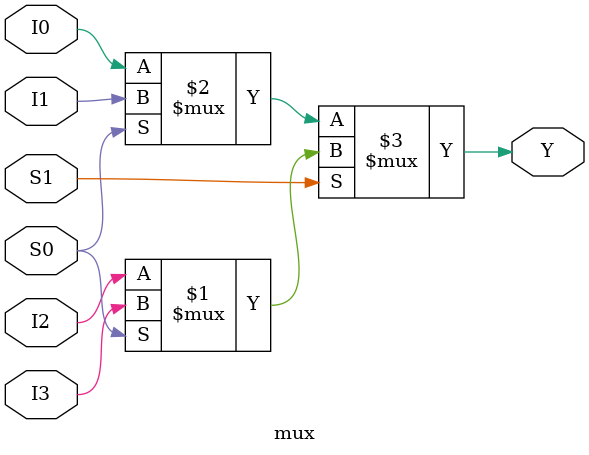
<source format=v>
module mux (I3,I2,I1,I0,S1,S0,Y);

    input I3,I2,I1,I0;
    input S1,S0;

    output Y;

    assign Y = S1 ? (S0 ? I3 : I2) : (S0 ? I1 : I0);

endmodule
</source>
